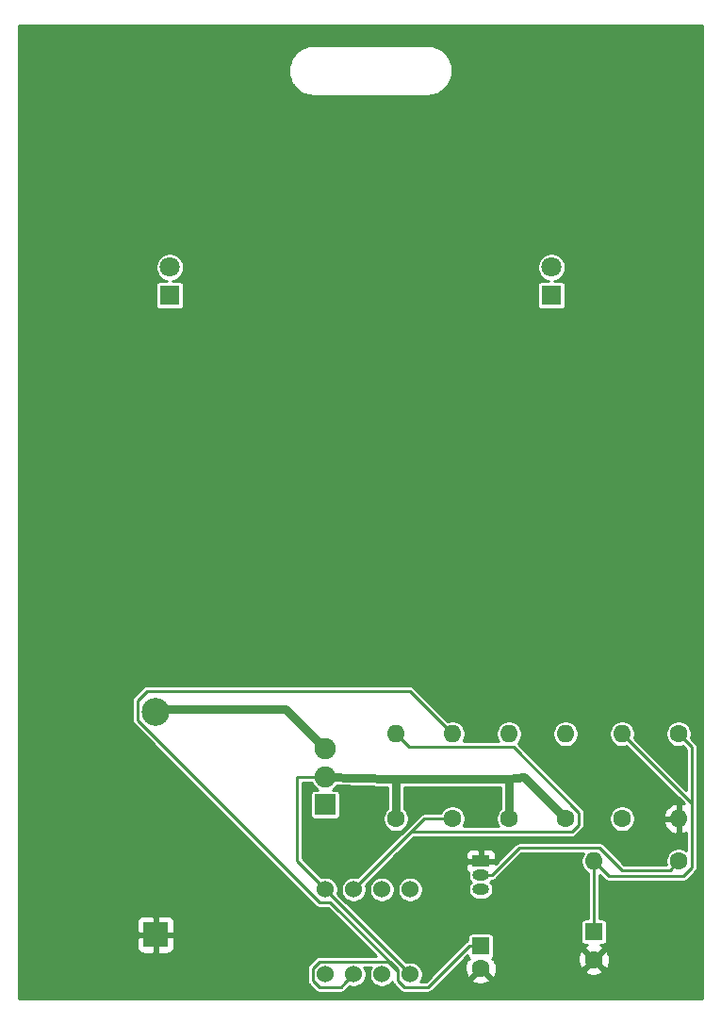
<source format=gtl>
G04 #@! TF.GenerationSoftware,KiCad,Pcbnew,(5.1.5)-3*
G04 #@! TF.CreationDate,2020-05-01T19:17:31-04:00*
G04 #@! TF.ProjectId,555_Badge,3535355f-4261-4646-9765-2e6b69636164,v01*
G04 #@! TF.SameCoordinates,Original*
G04 #@! TF.FileFunction,Copper,L1,Top*
G04 #@! TF.FilePolarity,Positive*
%FSLAX46Y46*%
G04 Gerber Fmt 4.6, Leading zero omitted, Abs format (unit mm)*
G04 Created by KiCad (PCBNEW (5.1.5)-3) date 2020-05-01 19:17:31*
%MOMM*%
%LPD*%
G04 APERTURE LIST*
%ADD10R,2.170000X2.170000*%
%ADD11C,2.500000*%
%ADD12R,1.600000X1.600000*%
%ADD13C,1.600000*%
%ADD14R,1.800000X1.800000*%
%ADD15C,1.800000*%
%ADD16O,1.500000X1.000000*%
%ADD17R,1.500000X1.000000*%
%ADD18O,1.600000X1.600000*%
%ADD19R,1.900000X1.900000*%
%ADD20C,1.900000*%
%ADD21C,1.524000*%
%ADD22C,0.254000*%
%ADD23C,0.762000*%
G04 APERTURE END LIST*
D10*
X139700000Y-123444000D03*
D11*
X139700000Y-103444000D03*
D12*
X168910000Y-124460000D03*
D13*
X168910000Y-126460000D03*
D12*
X179070000Y-123190000D03*
D13*
X179070000Y-125690000D03*
D14*
X140970000Y-66040000D03*
D15*
X140970000Y-63500000D03*
X175260000Y-63500000D03*
D14*
X175260000Y-66040000D03*
D16*
X168910000Y-118110000D03*
X168910000Y-119380000D03*
D17*
X168910000Y-116840000D03*
D13*
X161290000Y-113030000D03*
D18*
X161290000Y-105410000D03*
X166370000Y-105410000D03*
D13*
X166370000Y-113030000D03*
X181610000Y-113030000D03*
D18*
X181610000Y-105410000D03*
D13*
X186690000Y-105410000D03*
D18*
X186690000Y-113030000D03*
X179070000Y-116840000D03*
D13*
X186690000Y-116840000D03*
D18*
X171450000Y-105410000D03*
D13*
X171450000Y-113030000D03*
X176530000Y-113030000D03*
D18*
X176530000Y-105410000D03*
D19*
X154940000Y-111760000D03*
D20*
X154940000Y-109260000D03*
X154940000Y-106760000D03*
D21*
X162560000Y-119380000D03*
X160020000Y-127000000D03*
X154940000Y-127000000D03*
X157480000Y-127000000D03*
X162560000Y-127000000D03*
X160020000Y-119380000D03*
X157480000Y-119380000D03*
X154940000Y-119380000D03*
D22*
X169132000Y-126460000D02*
X168910000Y-126460000D01*
D23*
X151370000Y-103190000D02*
X154940000Y-106760000D01*
X139700000Y-103190000D02*
X151370000Y-103190000D01*
D22*
X156718001Y-127761999D02*
X157480000Y-127000000D01*
X156336999Y-128143001D02*
X156718001Y-127761999D01*
X154391359Y-128143001D02*
X156336999Y-128143001D01*
X153796999Y-127548641D02*
X154391359Y-128143001D01*
X153796999Y-126451359D02*
X153796999Y-127548641D01*
X154391359Y-125856999D02*
X153796999Y-126451359D01*
X160568641Y-125856999D02*
X154391359Y-125856999D01*
X161416999Y-126705357D02*
X160568641Y-125856999D01*
X161416999Y-127548641D02*
X161416999Y-126705357D01*
X162011359Y-128143001D02*
X161416999Y-127548641D01*
X167856000Y-124460000D02*
X164172999Y-128143001D01*
X164172999Y-128143001D02*
X162011359Y-128143001D01*
X168910000Y-124460000D02*
X167856000Y-124460000D01*
X162518999Y-101558999D02*
X166370000Y-105410000D01*
X138068999Y-102407119D02*
X138917119Y-101558999D01*
X138917119Y-101558999D02*
X162518999Y-101558999D01*
X161416999Y-126575433D02*
X155364567Y-120523001D01*
X161416999Y-127548641D02*
X161416999Y-126575433D01*
X155364567Y-120523001D02*
X154391359Y-120523001D01*
X154391359Y-120523001D02*
X138068999Y-104200641D01*
X138068999Y-104200641D02*
X138068999Y-102407119D01*
X179070000Y-116840000D02*
X179070000Y-123190000D01*
X182409999Y-106209999D02*
X181610000Y-105410000D01*
X187871001Y-111671001D02*
X182409999Y-106209999D01*
X187871001Y-117406881D02*
X187871001Y-111671001D01*
X187489999Y-106209999D02*
X186690000Y-105410000D01*
X187871001Y-106591001D02*
X187489999Y-106209999D01*
X187129874Y-118148008D02*
X187871001Y-117406881D01*
X187871001Y-117406881D02*
X187871001Y-106591001D01*
X180378008Y-118148008D02*
X187129874Y-118148008D01*
X179070000Y-116840000D02*
X180378008Y-118148008D01*
X169914000Y-118110000D02*
X168910000Y-118110000D01*
X172365001Y-115658999D02*
X169914000Y-118110000D01*
X179591001Y-115658999D02*
X172365001Y-115658999D01*
X181572001Y-117639999D02*
X179591001Y-115658999D01*
X185890001Y-117639999D02*
X181572001Y-117639999D01*
X186690000Y-116840000D02*
X185890001Y-117639999D01*
X186690000Y-116840000D02*
X186690000Y-116586000D01*
D23*
X172760000Y-109260000D02*
X176530000Y-113030000D01*
X161290000Y-113030000D02*
X161290000Y-109728000D01*
X154940000Y-109260000D02*
X161036000Y-109474000D01*
X161290000Y-109728000D02*
X161036000Y-109474000D01*
X171450000Y-113030000D02*
X171450000Y-109474000D01*
X161036000Y-109474000D02*
X171450000Y-109474000D01*
X171450000Y-109474000D02*
X172760000Y-109260000D01*
D22*
X154940000Y-109260000D02*
X152360000Y-109260000D01*
X154178001Y-118618001D02*
X154940000Y-119380000D01*
X152360000Y-116800000D02*
X154178001Y-118618001D01*
X152360000Y-109260000D02*
X152360000Y-116800000D01*
X154940000Y-119380000D02*
X162560000Y-127000000D01*
X162089999Y-106209999D02*
X161290000Y-105410000D01*
X171838883Y-106591001D02*
X162471001Y-106591001D01*
X177711001Y-112463119D02*
X171838883Y-106591001D01*
X162471001Y-106591001D02*
X162089999Y-106209999D01*
X177711001Y-113596881D02*
X177711001Y-112463119D01*
X177096881Y-114211001D02*
X177711001Y-113596881D01*
X162648999Y-114211001D02*
X177096881Y-114211001D01*
X157480000Y-119380000D02*
X162648999Y-114211001D01*
X163830000Y-113030000D02*
X166370000Y-113030000D01*
X157480000Y-119380000D02*
X163830000Y-113030000D01*
X181610000Y-113030000D02*
X181356000Y-113030000D01*
X160020000Y-127000000D02*
X160274000Y-127254000D01*
X160020000Y-119380000D02*
X159766000Y-119380000D01*
G36*
X188836301Y-129146300D02*
G01*
X127393700Y-129146300D01*
X127393700Y-124529000D01*
X137976928Y-124529000D01*
X137989188Y-124653482D01*
X138025498Y-124773180D01*
X138084463Y-124883494D01*
X138163815Y-124980185D01*
X138260506Y-125059537D01*
X138370820Y-125118502D01*
X138490518Y-125154812D01*
X138615000Y-125167072D01*
X139414250Y-125164000D01*
X139573000Y-125005250D01*
X139573000Y-123571000D01*
X139827000Y-123571000D01*
X139827000Y-125005250D01*
X139985750Y-125164000D01*
X140785000Y-125167072D01*
X140909482Y-125154812D01*
X141029180Y-125118502D01*
X141139494Y-125059537D01*
X141236185Y-124980185D01*
X141315537Y-124883494D01*
X141374502Y-124773180D01*
X141410812Y-124653482D01*
X141423072Y-124529000D01*
X141420000Y-123729750D01*
X141261250Y-123571000D01*
X139827000Y-123571000D01*
X139573000Y-123571000D01*
X138138750Y-123571000D01*
X137980000Y-123729750D01*
X137976928Y-124529000D01*
X127393700Y-124529000D01*
X127393700Y-122359000D01*
X137976928Y-122359000D01*
X137980000Y-123158250D01*
X138138750Y-123317000D01*
X139573000Y-123317000D01*
X139573000Y-121882750D01*
X139827000Y-121882750D01*
X139827000Y-123317000D01*
X141261250Y-123317000D01*
X141420000Y-123158250D01*
X141423072Y-122359000D01*
X141410812Y-122234518D01*
X141374502Y-122114820D01*
X141315537Y-122004506D01*
X141236185Y-121907815D01*
X141139494Y-121828463D01*
X141029180Y-121769498D01*
X140909482Y-121733188D01*
X140785000Y-121720928D01*
X139985750Y-121724000D01*
X139827000Y-121882750D01*
X139573000Y-121882750D01*
X139414250Y-121724000D01*
X138615000Y-121720928D01*
X138490518Y-121733188D01*
X138370820Y-121769498D01*
X138260506Y-121828463D01*
X138163815Y-121907815D01*
X138084463Y-122004506D01*
X138025498Y-122114820D01*
X137989188Y-122234518D01*
X137976928Y-122359000D01*
X127393700Y-122359000D01*
X127393700Y-102407119D01*
X137558542Y-102407119D01*
X137561000Y-102432073D01*
X137560999Y-104175697D01*
X137558542Y-104200641D01*
X137560999Y-104225585D01*
X137560999Y-104225587D01*
X137568350Y-104300225D01*
X137597398Y-104395983D01*
X137644570Y-104484236D01*
X137708051Y-104561589D01*
X137727434Y-104577496D01*
X154014504Y-120864566D01*
X154030411Y-120883949D01*
X154107764Y-120947430D01*
X154196016Y-120994602D01*
X154291774Y-121023650D01*
X154366412Y-121031001D01*
X154366415Y-121031001D01*
X154391359Y-121033458D01*
X154416303Y-121031001D01*
X155154147Y-121031001D01*
X159472144Y-125348999D01*
X154416303Y-125348999D01*
X154391359Y-125346542D01*
X154366415Y-125348999D01*
X154366412Y-125348999D01*
X154291774Y-125356350D01*
X154196016Y-125385398D01*
X154156522Y-125406508D01*
X154107763Y-125432570D01*
X154053169Y-125477375D01*
X154030411Y-125496051D01*
X154014508Y-125515429D01*
X153455434Y-126074504D01*
X153436051Y-126090411D01*
X153372570Y-126167764D01*
X153325398Y-126256017D01*
X153296350Y-126351775D01*
X153289457Y-126421761D01*
X153286542Y-126451359D01*
X153288999Y-126476304D01*
X153289000Y-127523687D01*
X153286542Y-127548641D01*
X153291899Y-127603023D01*
X153295773Y-127642352D01*
X153296351Y-127648225D01*
X153325399Y-127743984D01*
X153372570Y-127832236D01*
X153418192Y-127887826D01*
X153436052Y-127909589D01*
X153455429Y-127925491D01*
X154014508Y-128484571D01*
X154030411Y-128503949D01*
X154049788Y-128519851D01*
X154107763Y-128567430D01*
X154154935Y-128592644D01*
X154196016Y-128614602D01*
X154291774Y-128643650D01*
X154366412Y-128651001D01*
X154366415Y-128651001D01*
X154391359Y-128653458D01*
X154416303Y-128651001D01*
X156312055Y-128651001D01*
X156336999Y-128653458D01*
X156361943Y-128651001D01*
X156361946Y-128651001D01*
X156436584Y-128643650D01*
X156532342Y-128614602D01*
X156620594Y-128567430D01*
X156697947Y-128503949D01*
X156713853Y-128484567D01*
X157094851Y-128103570D01*
X157094855Y-128103565D01*
X157113185Y-128085235D01*
X157146599Y-128099075D01*
X157367424Y-128143000D01*
X157592576Y-128143000D01*
X157813401Y-128099075D01*
X158021413Y-128012913D01*
X158208620Y-127887826D01*
X158367826Y-127728620D01*
X158492913Y-127541413D01*
X158579075Y-127333401D01*
X158623000Y-127112576D01*
X158623000Y-126887424D01*
X158579075Y-126666599D01*
X158492913Y-126458587D01*
X158430380Y-126364999D01*
X159069620Y-126364999D01*
X159007087Y-126458587D01*
X158920925Y-126666599D01*
X158877000Y-126887424D01*
X158877000Y-127112576D01*
X158920925Y-127333401D01*
X159007087Y-127541413D01*
X159132174Y-127728620D01*
X159291380Y-127887826D01*
X159478587Y-128012913D01*
X159686599Y-128099075D01*
X159907424Y-128143000D01*
X160132576Y-128143000D01*
X160353401Y-128099075D01*
X160561413Y-128012913D01*
X160748620Y-127887826D01*
X160907826Y-127728620D01*
X160930461Y-127694744D01*
X160945398Y-127743983D01*
X160992570Y-127832236D01*
X161056051Y-127909589D01*
X161075434Y-127925496D01*
X161634508Y-128484571D01*
X161650411Y-128503949D01*
X161669788Y-128519851D01*
X161727763Y-128567430D01*
X161774935Y-128592644D01*
X161816016Y-128614602D01*
X161911774Y-128643650D01*
X161986412Y-128651001D01*
X161986415Y-128651001D01*
X162011359Y-128653458D01*
X162036303Y-128651001D01*
X164148055Y-128651001D01*
X164172999Y-128653458D01*
X164197943Y-128651001D01*
X164197946Y-128651001D01*
X164272584Y-128643650D01*
X164368342Y-128614602D01*
X164456594Y-128567430D01*
X164533947Y-128503949D01*
X164549854Y-128484566D01*
X165581718Y-127452702D01*
X168096903Y-127452702D01*
X168168486Y-127696671D01*
X168423996Y-127817571D01*
X168698184Y-127886300D01*
X168980512Y-127900217D01*
X169260130Y-127858787D01*
X169526292Y-127763603D01*
X169651514Y-127696671D01*
X169723097Y-127452702D01*
X168910000Y-126639605D01*
X168096903Y-127452702D01*
X165581718Y-127452702D01*
X167731395Y-125303026D01*
X167734513Y-125334689D01*
X167756299Y-125406508D01*
X167791678Y-125472696D01*
X167822004Y-125509649D01*
X167801023Y-125530630D01*
X167917296Y-125646903D01*
X167673329Y-125718486D01*
X167552429Y-125973996D01*
X167483700Y-126248184D01*
X167469783Y-126530512D01*
X167511213Y-126810130D01*
X167606397Y-127076292D01*
X167673329Y-127201514D01*
X167917298Y-127273097D01*
X168730395Y-126460000D01*
X168716253Y-126445858D01*
X168895858Y-126266253D01*
X168910000Y-126280395D01*
X168924143Y-126266253D01*
X169103748Y-126445858D01*
X169089605Y-126460000D01*
X169902702Y-127273097D01*
X170146671Y-127201514D01*
X170267571Y-126946004D01*
X170333571Y-126682702D01*
X178256903Y-126682702D01*
X178328486Y-126926671D01*
X178583996Y-127047571D01*
X178858184Y-127116300D01*
X179140512Y-127130217D01*
X179420130Y-127088787D01*
X179686292Y-126993603D01*
X179811514Y-126926671D01*
X179883097Y-126682702D01*
X179070000Y-125869605D01*
X178256903Y-126682702D01*
X170333571Y-126682702D01*
X170336300Y-126671816D01*
X170350217Y-126389488D01*
X170308787Y-126109870D01*
X170213603Y-125843708D01*
X170169135Y-125760512D01*
X177629783Y-125760512D01*
X177671213Y-126040130D01*
X177766397Y-126306292D01*
X177833329Y-126431514D01*
X178077298Y-126503097D01*
X178890395Y-125690000D01*
X179249605Y-125690000D01*
X180062702Y-126503097D01*
X180306671Y-126431514D01*
X180427571Y-126176004D01*
X180496300Y-125901816D01*
X180510217Y-125619488D01*
X180468787Y-125339870D01*
X180373603Y-125073708D01*
X180306671Y-124948486D01*
X180062702Y-124876903D01*
X179249605Y-125690000D01*
X178890395Y-125690000D01*
X178077298Y-124876903D01*
X177833329Y-124948486D01*
X177712429Y-125203996D01*
X177643700Y-125478184D01*
X177629783Y-125760512D01*
X170169135Y-125760512D01*
X170146671Y-125718486D01*
X169902704Y-125646903D01*
X170018977Y-125530630D01*
X169997996Y-125509649D01*
X170028322Y-125472696D01*
X170063701Y-125406508D01*
X170085487Y-125334689D01*
X170092843Y-125260000D01*
X170092843Y-123660000D01*
X170085487Y-123585311D01*
X170063701Y-123513492D01*
X170028322Y-123447304D01*
X169980711Y-123389289D01*
X169922696Y-123341678D01*
X169856508Y-123306299D01*
X169784689Y-123284513D01*
X169710000Y-123277157D01*
X168110000Y-123277157D01*
X168035311Y-123284513D01*
X167963492Y-123306299D01*
X167897304Y-123341678D01*
X167839289Y-123389289D01*
X167791678Y-123447304D01*
X167756299Y-123513492D01*
X167734513Y-123585311D01*
X167727157Y-123660000D01*
X167727157Y-123968226D01*
X167660657Y-123988399D01*
X167619576Y-124010357D01*
X167572404Y-124035571D01*
X167536924Y-124064689D01*
X167495052Y-124099052D01*
X167479150Y-124118429D01*
X163962579Y-127635001D01*
X163510380Y-127635001D01*
X163572913Y-127541413D01*
X163659075Y-127333401D01*
X163703000Y-127112576D01*
X163703000Y-126887424D01*
X163659075Y-126666599D01*
X163572913Y-126458587D01*
X163447826Y-126271380D01*
X163288620Y-126112174D01*
X163101413Y-125987087D01*
X162893401Y-125900925D01*
X162672576Y-125857000D01*
X162447424Y-125857000D01*
X162226599Y-125900925D01*
X162193186Y-125914765D01*
X156025235Y-119746814D01*
X156039075Y-119713401D01*
X156083000Y-119492576D01*
X156083000Y-119267424D01*
X156039075Y-119046599D01*
X155952913Y-118838587D01*
X155827826Y-118651380D01*
X155668620Y-118492174D01*
X155481413Y-118367087D01*
X155273401Y-118280925D01*
X155052576Y-118237000D01*
X154827424Y-118237000D01*
X154606599Y-118280925D01*
X154573185Y-118294765D01*
X152868000Y-116589580D01*
X152868000Y-109768000D01*
X153709757Y-109768000D01*
X153760483Y-109890465D01*
X153906145Y-110108463D01*
X154091537Y-110293855D01*
X154291037Y-110427157D01*
X153990000Y-110427157D01*
X153915311Y-110434513D01*
X153843492Y-110456299D01*
X153777304Y-110491678D01*
X153719289Y-110539289D01*
X153671678Y-110597304D01*
X153636299Y-110663492D01*
X153614513Y-110735311D01*
X153607157Y-110810000D01*
X153607157Y-112710000D01*
X153614513Y-112784689D01*
X153636299Y-112856508D01*
X153671678Y-112922696D01*
X153719289Y-112980711D01*
X153777304Y-113028322D01*
X153843492Y-113063701D01*
X153915311Y-113085487D01*
X153990000Y-113092843D01*
X155890000Y-113092843D01*
X155964689Y-113085487D01*
X156036508Y-113063701D01*
X156102696Y-113028322D01*
X156160711Y-112980711D01*
X156208322Y-112922696D01*
X156243701Y-112856508D01*
X156265487Y-112784689D01*
X156272843Y-112710000D01*
X156272843Y-110810000D01*
X156265487Y-110735311D01*
X156243701Y-110663492D01*
X156208322Y-110597304D01*
X156160711Y-110539289D01*
X156102696Y-110491678D01*
X156036508Y-110456299D01*
X155964689Y-110434513D01*
X155890000Y-110427157D01*
X155588963Y-110427157D01*
X155788463Y-110293855D01*
X155973855Y-110108463D01*
X156006303Y-110059901D01*
X160528001Y-110218635D01*
X160528000Y-112121815D01*
X160372658Y-112277157D01*
X160243412Y-112470587D01*
X160154386Y-112685515D01*
X160109000Y-112913682D01*
X160109000Y-113146318D01*
X160154386Y-113374485D01*
X160243412Y-113589413D01*
X160372658Y-113782843D01*
X160537157Y-113947342D01*
X160730587Y-114076588D01*
X160945515Y-114165614D01*
X161173682Y-114211000D01*
X161406318Y-114211000D01*
X161634485Y-114165614D01*
X161849413Y-114076588D01*
X162042843Y-113947342D01*
X162207342Y-113782843D01*
X162336588Y-113589413D01*
X162425614Y-113374485D01*
X162471000Y-113146318D01*
X162471000Y-112913682D01*
X162425614Y-112685515D01*
X162336588Y-112470587D01*
X162207342Y-112277157D01*
X162052000Y-112121815D01*
X162052000Y-110236000D01*
X170688001Y-110236000D01*
X170688000Y-112121815D01*
X170532658Y-112277157D01*
X170403412Y-112470587D01*
X170314386Y-112685515D01*
X170269000Y-112913682D01*
X170269000Y-113146318D01*
X170314386Y-113374485D01*
X170403412Y-113589413D01*
X170479309Y-113703001D01*
X167340691Y-113703001D01*
X167416588Y-113589413D01*
X167505614Y-113374485D01*
X167551000Y-113146318D01*
X167551000Y-112913682D01*
X167505614Y-112685515D01*
X167416588Y-112470587D01*
X167287342Y-112277157D01*
X167122843Y-112112658D01*
X166929413Y-111983412D01*
X166714485Y-111894386D01*
X166486318Y-111849000D01*
X166253682Y-111849000D01*
X166025515Y-111894386D01*
X165810587Y-111983412D01*
X165617157Y-112112658D01*
X165452658Y-112277157D01*
X165323412Y-112470587D01*
X165302116Y-112522000D01*
X163854943Y-112522000D01*
X163829999Y-112519543D01*
X163805055Y-112522000D01*
X163805053Y-112522000D01*
X163730415Y-112529351D01*
X163634657Y-112558399D01*
X163593576Y-112580357D01*
X163546404Y-112605571D01*
X163491810Y-112650376D01*
X163469052Y-112669052D01*
X163453150Y-112688429D01*
X162307429Y-113834150D01*
X162288051Y-113850053D01*
X162272149Y-113869430D01*
X157846814Y-118294765D01*
X157813401Y-118280925D01*
X157592576Y-118237000D01*
X157367424Y-118237000D01*
X157146599Y-118280925D01*
X156938587Y-118367087D01*
X156751380Y-118492174D01*
X156592174Y-118651380D01*
X156467087Y-118838587D01*
X156380925Y-119046599D01*
X156337000Y-119267424D01*
X156337000Y-119492576D01*
X156380925Y-119713401D01*
X156467087Y-119921413D01*
X156592174Y-120108620D01*
X156751380Y-120267826D01*
X156938587Y-120392913D01*
X157146599Y-120479075D01*
X157367424Y-120523000D01*
X157592576Y-120523000D01*
X157813401Y-120479075D01*
X158021413Y-120392913D01*
X158208620Y-120267826D01*
X158367826Y-120108620D01*
X158492913Y-119921413D01*
X158579075Y-119713401D01*
X158623000Y-119492576D01*
X158623000Y-119267424D01*
X158877000Y-119267424D01*
X158877000Y-119492576D01*
X158920925Y-119713401D01*
X159007087Y-119921413D01*
X159132174Y-120108620D01*
X159291380Y-120267826D01*
X159478587Y-120392913D01*
X159686599Y-120479075D01*
X159907424Y-120523000D01*
X160132576Y-120523000D01*
X160353401Y-120479075D01*
X160561413Y-120392913D01*
X160748620Y-120267826D01*
X160907826Y-120108620D01*
X161032913Y-119921413D01*
X161119075Y-119713401D01*
X161163000Y-119492576D01*
X161163000Y-119267424D01*
X161417000Y-119267424D01*
X161417000Y-119492576D01*
X161460925Y-119713401D01*
X161547087Y-119921413D01*
X161672174Y-120108620D01*
X161831380Y-120267826D01*
X162018587Y-120392913D01*
X162226599Y-120479075D01*
X162447424Y-120523000D01*
X162672576Y-120523000D01*
X162893401Y-120479075D01*
X163101413Y-120392913D01*
X163288620Y-120267826D01*
X163447826Y-120108620D01*
X163572913Y-119921413D01*
X163659075Y-119713401D01*
X163703000Y-119492576D01*
X163703000Y-119267424D01*
X163659075Y-119046599D01*
X163572913Y-118838587D01*
X163447826Y-118651380D01*
X163288620Y-118492174D01*
X163101413Y-118367087D01*
X162893401Y-118280925D01*
X162672576Y-118237000D01*
X162447424Y-118237000D01*
X162226599Y-118280925D01*
X162018587Y-118367087D01*
X161831380Y-118492174D01*
X161672174Y-118651380D01*
X161547087Y-118838587D01*
X161460925Y-119046599D01*
X161417000Y-119267424D01*
X161163000Y-119267424D01*
X161119075Y-119046599D01*
X161032913Y-118838587D01*
X160907826Y-118651380D01*
X160748620Y-118492174D01*
X160561413Y-118367087D01*
X160353401Y-118280925D01*
X160132576Y-118237000D01*
X159907424Y-118237000D01*
X159686599Y-118280925D01*
X159478587Y-118367087D01*
X159291380Y-118492174D01*
X159132174Y-118651380D01*
X159007087Y-118838587D01*
X158920925Y-119046599D01*
X158877000Y-119267424D01*
X158623000Y-119267424D01*
X158579075Y-119046599D01*
X158565235Y-119013186D01*
X160238420Y-117340000D01*
X167521928Y-117340000D01*
X167534188Y-117464482D01*
X167570498Y-117584180D01*
X167629463Y-117694494D01*
X167708815Y-117791185D01*
X167805506Y-117870537D01*
X167811093Y-117873523D01*
X167791748Y-117937294D01*
X167774738Y-118110000D01*
X167791748Y-118282706D01*
X167842125Y-118448775D01*
X167923932Y-118601825D01*
X168034025Y-118735975D01*
X168045022Y-118745000D01*
X168034025Y-118754025D01*
X167923932Y-118888175D01*
X167842125Y-119041225D01*
X167791748Y-119207294D01*
X167774738Y-119380000D01*
X167791748Y-119552706D01*
X167842125Y-119718775D01*
X167923932Y-119871825D01*
X168034025Y-120005975D01*
X168168175Y-120116068D01*
X168321225Y-120197875D01*
X168487294Y-120248252D01*
X168616727Y-120261000D01*
X169203273Y-120261000D01*
X169332706Y-120248252D01*
X169498775Y-120197875D01*
X169651825Y-120116068D01*
X169785975Y-120005975D01*
X169896068Y-119871825D01*
X169977875Y-119718775D01*
X170028252Y-119552706D01*
X170045262Y-119380000D01*
X170028252Y-119207294D01*
X169977875Y-119041225D01*
X169896068Y-118888175D01*
X169785975Y-118754025D01*
X169774978Y-118745000D01*
X169785975Y-118735975D01*
X169882794Y-118618000D01*
X169889056Y-118618000D01*
X169914000Y-118620457D01*
X169938944Y-118618000D01*
X169938947Y-118618000D01*
X170013585Y-118610649D01*
X170109343Y-118581601D01*
X170197595Y-118534429D01*
X170274948Y-118470948D01*
X170290855Y-118451565D01*
X172575421Y-116166999D01*
X178099309Y-116166999D01*
X178023412Y-116280587D01*
X177934386Y-116495515D01*
X177889000Y-116723682D01*
X177889000Y-116956318D01*
X177934386Y-117184485D01*
X178023412Y-117399413D01*
X178152658Y-117592843D01*
X178317157Y-117757342D01*
X178510587Y-117886588D01*
X178562000Y-117907884D01*
X178562001Y-122007157D01*
X178270000Y-122007157D01*
X178195311Y-122014513D01*
X178123492Y-122036299D01*
X178057304Y-122071678D01*
X177999289Y-122119289D01*
X177951678Y-122177304D01*
X177916299Y-122243492D01*
X177894513Y-122315311D01*
X177887157Y-122390000D01*
X177887157Y-123990000D01*
X177894513Y-124064689D01*
X177916299Y-124136508D01*
X177951678Y-124202696D01*
X177999289Y-124260711D01*
X178057304Y-124308322D01*
X178123492Y-124343701D01*
X178195311Y-124365487D01*
X178270000Y-124372843D01*
X178491609Y-124372843D01*
X178453708Y-124386397D01*
X178328486Y-124453329D01*
X178256903Y-124697298D01*
X179070000Y-125510395D01*
X179883097Y-124697298D01*
X179811514Y-124453329D01*
X179641415Y-124372843D01*
X179870000Y-124372843D01*
X179944689Y-124365487D01*
X180016508Y-124343701D01*
X180082696Y-124308322D01*
X180140711Y-124260711D01*
X180188322Y-124202696D01*
X180223701Y-124136508D01*
X180245487Y-124064689D01*
X180252843Y-123990000D01*
X180252843Y-122390000D01*
X180245487Y-122315311D01*
X180223701Y-122243492D01*
X180188322Y-122177304D01*
X180140711Y-122119289D01*
X180082696Y-122071678D01*
X180016508Y-122036299D01*
X179944689Y-122014513D01*
X179870000Y-122007157D01*
X179578000Y-122007157D01*
X179578000Y-118066420D01*
X180001153Y-118489573D01*
X180017060Y-118508956D01*
X180094413Y-118572437D01*
X180182665Y-118619609D01*
X180278423Y-118648657D01*
X180353061Y-118656008D01*
X180353064Y-118656008D01*
X180378008Y-118658465D01*
X180402952Y-118656008D01*
X187104930Y-118656008D01*
X187129874Y-118658465D01*
X187154818Y-118656008D01*
X187154821Y-118656008D01*
X187229459Y-118648657D01*
X187325217Y-118619609D01*
X187413469Y-118572437D01*
X187490822Y-118508956D01*
X187506729Y-118489573D01*
X188212566Y-117783736D01*
X188231949Y-117767829D01*
X188295430Y-117690476D01*
X188342602Y-117602224D01*
X188371650Y-117506466D01*
X188379001Y-117431828D01*
X188379001Y-117431825D01*
X188381458Y-117406881D01*
X188379001Y-117381937D01*
X188379001Y-111695944D01*
X188381458Y-111671000D01*
X188379001Y-111646054D01*
X188379001Y-106615944D01*
X188381458Y-106591000D01*
X188377574Y-106551569D01*
X188371650Y-106491416D01*
X188342602Y-106395658D01*
X188329829Y-106371762D01*
X188295430Y-106307405D01*
X188247851Y-106249430D01*
X188231949Y-106230053D01*
X188212571Y-106214150D01*
X187866853Y-105868433D01*
X187866849Y-105868428D01*
X187804318Y-105805897D01*
X187825614Y-105754485D01*
X187871000Y-105526318D01*
X187871000Y-105293682D01*
X187825614Y-105065515D01*
X187736588Y-104850587D01*
X187607342Y-104657157D01*
X187442843Y-104492658D01*
X187249413Y-104363412D01*
X187034485Y-104274386D01*
X186806318Y-104229000D01*
X186573682Y-104229000D01*
X186345515Y-104274386D01*
X186130587Y-104363412D01*
X185937157Y-104492658D01*
X185772658Y-104657157D01*
X185643412Y-104850587D01*
X185554386Y-105065515D01*
X185509000Y-105293682D01*
X185509000Y-105526318D01*
X185554386Y-105754485D01*
X185643412Y-105969413D01*
X185772658Y-106162843D01*
X185937157Y-106327342D01*
X186130587Y-106456588D01*
X186345515Y-106545614D01*
X186573682Y-106591000D01*
X186806318Y-106591000D01*
X187034485Y-106545614D01*
X187085897Y-106524318D01*
X187148428Y-106586849D01*
X187148433Y-106586853D01*
X187363002Y-106801423D01*
X187363002Y-110444581D01*
X182786854Y-105868434D01*
X182786849Y-105868428D01*
X182724318Y-105805897D01*
X182745614Y-105754485D01*
X182791000Y-105526318D01*
X182791000Y-105293682D01*
X182745614Y-105065515D01*
X182656588Y-104850587D01*
X182527342Y-104657157D01*
X182362843Y-104492658D01*
X182169413Y-104363412D01*
X181954485Y-104274386D01*
X181726318Y-104229000D01*
X181493682Y-104229000D01*
X181265515Y-104274386D01*
X181050587Y-104363412D01*
X180857157Y-104492658D01*
X180692658Y-104657157D01*
X180563412Y-104850587D01*
X180474386Y-105065515D01*
X180429000Y-105293682D01*
X180429000Y-105526318D01*
X180474386Y-105754485D01*
X180563412Y-105969413D01*
X180692658Y-106162843D01*
X180857157Y-106327342D01*
X181050587Y-106456588D01*
X181265515Y-106545614D01*
X181493682Y-106591000D01*
X181726318Y-106591000D01*
X181954485Y-106545614D01*
X182005897Y-106524318D01*
X182068428Y-106586849D01*
X182068434Y-106586854D01*
X187154781Y-111673201D01*
X187039039Y-111638096D01*
X186817000Y-111760085D01*
X186817000Y-112903000D01*
X186837000Y-112903000D01*
X186837000Y-113157000D01*
X186817000Y-113157000D01*
X186817000Y-114299915D01*
X187039039Y-114421904D01*
X187173087Y-114381246D01*
X187363001Y-114291484D01*
X187363001Y-115869309D01*
X187249413Y-115793412D01*
X187034485Y-115704386D01*
X186806318Y-115659000D01*
X186573682Y-115659000D01*
X186345515Y-115704386D01*
X186130587Y-115793412D01*
X185937157Y-115922658D01*
X185772658Y-116087157D01*
X185643412Y-116280587D01*
X185554386Y-116495515D01*
X185509000Y-116723682D01*
X185509000Y-116956318D01*
X185543946Y-117131999D01*
X181782422Y-117131999D01*
X179967856Y-115317434D01*
X179951949Y-115298051D01*
X179874596Y-115234570D01*
X179786344Y-115187398D01*
X179690586Y-115158350D01*
X179615948Y-115150999D01*
X179615945Y-115150999D01*
X179591001Y-115148542D01*
X179566057Y-115150999D01*
X172389945Y-115150999D01*
X172365001Y-115148542D01*
X172340057Y-115150999D01*
X172340054Y-115150999D01*
X172265416Y-115158350D01*
X172169658Y-115187398D01*
X172081406Y-115234570D01*
X172004053Y-115298051D01*
X171988146Y-115317434D01*
X170237415Y-117068165D01*
X170136250Y-116967000D01*
X169037000Y-116967000D01*
X169037000Y-116987000D01*
X168783000Y-116987000D01*
X168783000Y-116967000D01*
X167683750Y-116967000D01*
X167525000Y-117125750D01*
X167521928Y-117340000D01*
X160238420Y-117340000D01*
X160417472Y-117160948D01*
X161238420Y-116340000D01*
X167521928Y-116340000D01*
X167525000Y-116554250D01*
X167683750Y-116713000D01*
X168783000Y-116713000D01*
X168783000Y-115863750D01*
X169037000Y-115863750D01*
X169037000Y-116713000D01*
X170136250Y-116713000D01*
X170295000Y-116554250D01*
X170298072Y-116340000D01*
X170285812Y-116215518D01*
X170249502Y-116095820D01*
X170190537Y-115985506D01*
X170111185Y-115888815D01*
X170014494Y-115809463D01*
X169904180Y-115750498D01*
X169784482Y-115714188D01*
X169660000Y-115701928D01*
X169195750Y-115705000D01*
X169037000Y-115863750D01*
X168783000Y-115863750D01*
X168624250Y-115705000D01*
X168160000Y-115701928D01*
X168035518Y-115714188D01*
X167915820Y-115750498D01*
X167805506Y-115809463D01*
X167708815Y-115888815D01*
X167629463Y-115985506D01*
X167570498Y-116095820D01*
X167534188Y-116215518D01*
X167521928Y-116340000D01*
X161238420Y-116340000D01*
X162859420Y-114719001D01*
X177071937Y-114719001D01*
X177096881Y-114721458D01*
X177121825Y-114719001D01*
X177121828Y-114719001D01*
X177196466Y-114711650D01*
X177292224Y-114682602D01*
X177380476Y-114635430D01*
X177457829Y-114571949D01*
X177473736Y-114552566D01*
X178052566Y-113973736D01*
X178071949Y-113957829D01*
X178135430Y-113880476D01*
X178182602Y-113792224D01*
X178211650Y-113696466D01*
X178219001Y-113621828D01*
X178219001Y-113621825D01*
X178221458Y-113596881D01*
X178219001Y-113571937D01*
X178219001Y-112913682D01*
X180429000Y-112913682D01*
X180429000Y-113146318D01*
X180474386Y-113374485D01*
X180563412Y-113589413D01*
X180692658Y-113782843D01*
X180857157Y-113947342D01*
X181050587Y-114076588D01*
X181265515Y-114165614D01*
X181493682Y-114211000D01*
X181726318Y-114211000D01*
X181954485Y-114165614D01*
X182169413Y-114076588D01*
X182362843Y-113947342D01*
X182527342Y-113782843D01*
X182656588Y-113589413D01*
X182743727Y-113379040D01*
X185298091Y-113379040D01*
X185392930Y-113643881D01*
X185537615Y-113885131D01*
X185726586Y-114093519D01*
X185952580Y-114261037D01*
X186206913Y-114381246D01*
X186340961Y-114421904D01*
X186563000Y-114299915D01*
X186563000Y-113157000D01*
X185419376Y-113157000D01*
X185298091Y-113379040D01*
X182743727Y-113379040D01*
X182745614Y-113374485D01*
X182791000Y-113146318D01*
X182791000Y-112913682D01*
X182745614Y-112685515D01*
X182743728Y-112680960D01*
X185298091Y-112680960D01*
X185419376Y-112903000D01*
X186563000Y-112903000D01*
X186563000Y-111760085D01*
X186340961Y-111638096D01*
X186206913Y-111678754D01*
X185952580Y-111798963D01*
X185726586Y-111966481D01*
X185537615Y-112174869D01*
X185392930Y-112416119D01*
X185298091Y-112680960D01*
X182743728Y-112680960D01*
X182656588Y-112470587D01*
X182527342Y-112277157D01*
X182362843Y-112112658D01*
X182169413Y-111983412D01*
X181954485Y-111894386D01*
X181726318Y-111849000D01*
X181493682Y-111849000D01*
X181265515Y-111894386D01*
X181050587Y-111983412D01*
X180857157Y-112112658D01*
X180692658Y-112277157D01*
X180563412Y-112470587D01*
X180474386Y-112685515D01*
X180429000Y-112913682D01*
X178219001Y-112913682D01*
X178219001Y-112488063D01*
X178221458Y-112463119D01*
X178216829Y-112416119D01*
X178211650Y-112363534D01*
X178182602Y-112267776D01*
X178136464Y-112181458D01*
X178135430Y-112179523D01*
X178112355Y-112151407D01*
X178071949Y-112102171D01*
X178052566Y-112086264D01*
X172248244Y-106281942D01*
X172367342Y-106162843D01*
X172496588Y-105969413D01*
X172585614Y-105754485D01*
X172631000Y-105526318D01*
X172631000Y-105293682D01*
X175349000Y-105293682D01*
X175349000Y-105526318D01*
X175394386Y-105754485D01*
X175483412Y-105969413D01*
X175612658Y-106162843D01*
X175777157Y-106327342D01*
X175970587Y-106456588D01*
X176185515Y-106545614D01*
X176413682Y-106591000D01*
X176646318Y-106591000D01*
X176874485Y-106545614D01*
X177089413Y-106456588D01*
X177282843Y-106327342D01*
X177447342Y-106162843D01*
X177576588Y-105969413D01*
X177665614Y-105754485D01*
X177711000Y-105526318D01*
X177711000Y-105293682D01*
X177665614Y-105065515D01*
X177576588Y-104850587D01*
X177447342Y-104657157D01*
X177282843Y-104492658D01*
X177089413Y-104363412D01*
X176874485Y-104274386D01*
X176646318Y-104229000D01*
X176413682Y-104229000D01*
X176185515Y-104274386D01*
X175970587Y-104363412D01*
X175777157Y-104492658D01*
X175612658Y-104657157D01*
X175483412Y-104850587D01*
X175394386Y-105065515D01*
X175349000Y-105293682D01*
X172631000Y-105293682D01*
X172585614Y-105065515D01*
X172496588Y-104850587D01*
X172367342Y-104657157D01*
X172202843Y-104492658D01*
X172009413Y-104363412D01*
X171794485Y-104274386D01*
X171566318Y-104229000D01*
X171333682Y-104229000D01*
X171105515Y-104274386D01*
X170890587Y-104363412D01*
X170697157Y-104492658D01*
X170532658Y-104657157D01*
X170403412Y-104850587D01*
X170314386Y-105065515D01*
X170269000Y-105293682D01*
X170269000Y-105526318D01*
X170314386Y-105754485D01*
X170403412Y-105969413D01*
X170479309Y-106083001D01*
X167340691Y-106083001D01*
X167416588Y-105969413D01*
X167505614Y-105754485D01*
X167551000Y-105526318D01*
X167551000Y-105293682D01*
X167505614Y-105065515D01*
X167416588Y-104850587D01*
X167287342Y-104657157D01*
X167122843Y-104492658D01*
X166929413Y-104363412D01*
X166714485Y-104274386D01*
X166486318Y-104229000D01*
X166253682Y-104229000D01*
X166025515Y-104274386D01*
X165974102Y-104295682D01*
X162895854Y-101217434D01*
X162879947Y-101198051D01*
X162802594Y-101134570D01*
X162714342Y-101087398D01*
X162618584Y-101058350D01*
X162543946Y-101050999D01*
X162543943Y-101050999D01*
X162518999Y-101048542D01*
X162494055Y-101050999D01*
X138942063Y-101050999D01*
X138917119Y-101048542D01*
X138892175Y-101050999D01*
X138892172Y-101050999D01*
X138817534Y-101058350D01*
X138721776Y-101087398D01*
X138633524Y-101134570D01*
X138556171Y-101198051D01*
X138540264Y-101217434D01*
X137727429Y-102030269D01*
X137708052Y-102046171D01*
X137692150Y-102065548D01*
X137692149Y-102065549D01*
X137644570Y-102123524D01*
X137597399Y-102211776D01*
X137568351Y-102307535D01*
X137558542Y-102407119D01*
X127393700Y-102407119D01*
X127393700Y-65140000D01*
X139687157Y-65140000D01*
X139687157Y-66940000D01*
X139694513Y-67014689D01*
X139716299Y-67086508D01*
X139751678Y-67152696D01*
X139799289Y-67210711D01*
X139857304Y-67258322D01*
X139923492Y-67293701D01*
X139995311Y-67315487D01*
X140070000Y-67322843D01*
X141870000Y-67322843D01*
X141944689Y-67315487D01*
X142016508Y-67293701D01*
X142082696Y-67258322D01*
X142140711Y-67210711D01*
X142188322Y-67152696D01*
X142223701Y-67086508D01*
X142245487Y-67014689D01*
X142252843Y-66940000D01*
X142252843Y-65140000D01*
X173977157Y-65140000D01*
X173977157Y-66940000D01*
X173984513Y-67014689D01*
X174006299Y-67086508D01*
X174041678Y-67152696D01*
X174089289Y-67210711D01*
X174147304Y-67258322D01*
X174213492Y-67293701D01*
X174285311Y-67315487D01*
X174360000Y-67322843D01*
X176160000Y-67322843D01*
X176234689Y-67315487D01*
X176306508Y-67293701D01*
X176372696Y-67258322D01*
X176430711Y-67210711D01*
X176478322Y-67152696D01*
X176513701Y-67086508D01*
X176535487Y-67014689D01*
X176542843Y-66940000D01*
X176542843Y-65140000D01*
X176535487Y-65065311D01*
X176513701Y-64993492D01*
X176478322Y-64927304D01*
X176430711Y-64869289D01*
X176372696Y-64821678D01*
X176306508Y-64786299D01*
X176234689Y-64764513D01*
X176160000Y-64757157D01*
X175506034Y-64757157D01*
X175633654Y-64731772D01*
X175866781Y-64635207D01*
X176076590Y-64495018D01*
X176255018Y-64316590D01*
X176395207Y-64106781D01*
X176491772Y-63873654D01*
X176541000Y-63626167D01*
X176541000Y-63373833D01*
X176491772Y-63126346D01*
X176395207Y-62893219D01*
X176255018Y-62683410D01*
X176076590Y-62504982D01*
X175866781Y-62364793D01*
X175633654Y-62268228D01*
X175386167Y-62219000D01*
X175133833Y-62219000D01*
X174886346Y-62268228D01*
X174653219Y-62364793D01*
X174443410Y-62504982D01*
X174264982Y-62683410D01*
X174124793Y-62893219D01*
X174028228Y-63126346D01*
X173979000Y-63373833D01*
X173979000Y-63626167D01*
X174028228Y-63873654D01*
X174124793Y-64106781D01*
X174264982Y-64316590D01*
X174443410Y-64495018D01*
X174653219Y-64635207D01*
X174886346Y-64731772D01*
X175013966Y-64757157D01*
X174360000Y-64757157D01*
X174285311Y-64764513D01*
X174213492Y-64786299D01*
X174147304Y-64821678D01*
X174089289Y-64869289D01*
X174041678Y-64927304D01*
X174006299Y-64993492D01*
X173984513Y-65065311D01*
X173977157Y-65140000D01*
X142252843Y-65140000D01*
X142245487Y-65065311D01*
X142223701Y-64993492D01*
X142188322Y-64927304D01*
X142140711Y-64869289D01*
X142082696Y-64821678D01*
X142016508Y-64786299D01*
X141944689Y-64764513D01*
X141870000Y-64757157D01*
X141216034Y-64757157D01*
X141343654Y-64731772D01*
X141576781Y-64635207D01*
X141786590Y-64495018D01*
X141965018Y-64316590D01*
X142105207Y-64106781D01*
X142201772Y-63873654D01*
X142251000Y-63626167D01*
X142251000Y-63373833D01*
X142201772Y-63126346D01*
X142105207Y-62893219D01*
X141965018Y-62683410D01*
X141786590Y-62504982D01*
X141576781Y-62364793D01*
X141343654Y-62268228D01*
X141096167Y-62219000D01*
X140843833Y-62219000D01*
X140596346Y-62268228D01*
X140363219Y-62364793D01*
X140153410Y-62504982D01*
X139974982Y-62683410D01*
X139834793Y-62893219D01*
X139738228Y-63126346D01*
X139689000Y-63373833D01*
X139689000Y-63626167D01*
X139738228Y-63873654D01*
X139834793Y-64106781D01*
X139974982Y-64316590D01*
X140153410Y-64495018D01*
X140363219Y-64635207D01*
X140596346Y-64731772D01*
X140723966Y-64757157D01*
X140070000Y-64757157D01*
X139995311Y-64764513D01*
X139923492Y-64786299D01*
X139857304Y-64821678D01*
X139799289Y-64869289D01*
X139751678Y-64927304D01*
X139716299Y-64993492D01*
X139694513Y-65065311D01*
X139687157Y-65140000D01*
X127393700Y-65140000D01*
X127393700Y-45824616D01*
X151626966Y-45824616D01*
X151627215Y-45860265D01*
X151626966Y-45895981D01*
X151627503Y-45901452D01*
X151666366Y-46271206D01*
X151673537Y-46306139D01*
X151680227Y-46341211D01*
X151681816Y-46346474D01*
X151791758Y-46701637D01*
X151805583Y-46734527D01*
X151818952Y-46767616D01*
X151821533Y-46772470D01*
X151998365Y-47099515D01*
X152018320Y-47129099D01*
X152037858Y-47158956D01*
X152041332Y-47163216D01*
X152278321Y-47449686D01*
X152303605Y-47474794D01*
X152328606Y-47500324D01*
X152332842Y-47503827D01*
X152620959Y-47738810D01*
X152650645Y-47758534D01*
X152680123Y-47778717D01*
X152684958Y-47781332D01*
X153013230Y-47955877D01*
X153046221Y-47969475D01*
X153079017Y-47983531D01*
X153084269Y-47985157D01*
X153440191Y-48092616D01*
X153475137Y-48099536D01*
X153510099Y-48106967D01*
X153515564Y-48107541D01*
X153515566Y-48107541D01*
X153885582Y-48143821D01*
X153885588Y-48143821D01*
X153904667Y-48145700D01*
X164103333Y-48145700D01*
X164104710Y-48145564D01*
X164113351Y-48145504D01*
X164131133Y-48143635D01*
X164149016Y-48143635D01*
X164154483Y-48143060D01*
X164523957Y-48101617D01*
X164558827Y-48094205D01*
X164593864Y-48087268D01*
X164599115Y-48085642D01*
X164953502Y-47973224D01*
X164986261Y-47959183D01*
X165019290Y-47945570D01*
X165024126Y-47942955D01*
X165349928Y-47763843D01*
X165379341Y-47743704D01*
X165409092Y-47723937D01*
X165413327Y-47720433D01*
X165698135Y-47481451D01*
X165723084Y-47455974D01*
X165748421Y-47430813D01*
X165751895Y-47426553D01*
X165984861Y-47136802D01*
X166004389Y-47106961D01*
X166024354Y-47077361D01*
X166026934Y-47072508D01*
X166199183Y-46743026D01*
X166212549Y-46709944D01*
X166226378Y-46677046D01*
X166227967Y-46671784D01*
X166332939Y-46315118D01*
X166339620Y-46280098D01*
X166346801Y-46245115D01*
X166347337Y-46239644D01*
X166381034Y-45869384D01*
X166380785Y-45833735D01*
X166381034Y-45798019D01*
X166380497Y-45792548D01*
X166341634Y-45422794D01*
X166334466Y-45387874D01*
X166327773Y-45352789D01*
X166326184Y-45347526D01*
X166216242Y-44992362D01*
X166202422Y-44959487D01*
X166189048Y-44926384D01*
X166186467Y-44921530D01*
X166009635Y-44594485D01*
X165989692Y-44564918D01*
X165970142Y-44535043D01*
X165966668Y-44530784D01*
X165729679Y-44244314D01*
X165704378Y-44219189D01*
X165679394Y-44193676D01*
X165675164Y-44190178D01*
X165675158Y-44190172D01*
X165675151Y-44190168D01*
X165387041Y-43955190D01*
X165357373Y-43935478D01*
X165327878Y-43915283D01*
X165323042Y-43912668D01*
X164994770Y-43738123D01*
X164961753Y-43724515D01*
X164928982Y-43710469D01*
X164923731Y-43708843D01*
X164567808Y-43601383D01*
X164532827Y-43594457D01*
X164497901Y-43587033D01*
X164492436Y-43586459D01*
X164492434Y-43586459D01*
X164122418Y-43550179D01*
X164122412Y-43550179D01*
X164103333Y-43548300D01*
X153904667Y-43548300D01*
X153903290Y-43548436D01*
X153894649Y-43548496D01*
X153876867Y-43550365D01*
X153858984Y-43550365D01*
X153853517Y-43550940D01*
X153484043Y-43592383D01*
X153449173Y-43599795D01*
X153414136Y-43606732D01*
X153408885Y-43608358D01*
X153054498Y-43720776D01*
X153021739Y-43734817D01*
X152988710Y-43748430D01*
X152983874Y-43751045D01*
X152658071Y-43930157D01*
X152628625Y-43950319D01*
X152598908Y-43970063D01*
X152594678Y-43973563D01*
X152594672Y-43973567D01*
X152594667Y-43973572D01*
X152309865Y-44212549D01*
X152284916Y-44238026D01*
X152259579Y-44263187D01*
X152256105Y-44267447D01*
X152023139Y-44557198D01*
X152003611Y-44587039D01*
X151983646Y-44616639D01*
X151981065Y-44621493D01*
X151808817Y-44950974D01*
X151795461Y-44984030D01*
X151781622Y-45016953D01*
X151780033Y-45022216D01*
X151675061Y-45378881D01*
X151668385Y-45413878D01*
X151661199Y-45448885D01*
X151660663Y-45454356D01*
X151626966Y-45824616D01*
X127393700Y-45824616D01*
X127393700Y-41795700D01*
X188836300Y-41795700D01*
X188836301Y-129146300D01*
G37*
X188836301Y-129146300D02*
X127393700Y-129146300D01*
X127393700Y-124529000D01*
X137976928Y-124529000D01*
X137989188Y-124653482D01*
X138025498Y-124773180D01*
X138084463Y-124883494D01*
X138163815Y-124980185D01*
X138260506Y-125059537D01*
X138370820Y-125118502D01*
X138490518Y-125154812D01*
X138615000Y-125167072D01*
X139414250Y-125164000D01*
X139573000Y-125005250D01*
X139573000Y-123571000D01*
X139827000Y-123571000D01*
X139827000Y-125005250D01*
X139985750Y-125164000D01*
X140785000Y-125167072D01*
X140909482Y-125154812D01*
X141029180Y-125118502D01*
X141139494Y-125059537D01*
X141236185Y-124980185D01*
X141315537Y-124883494D01*
X141374502Y-124773180D01*
X141410812Y-124653482D01*
X141423072Y-124529000D01*
X141420000Y-123729750D01*
X141261250Y-123571000D01*
X139827000Y-123571000D01*
X139573000Y-123571000D01*
X138138750Y-123571000D01*
X137980000Y-123729750D01*
X137976928Y-124529000D01*
X127393700Y-124529000D01*
X127393700Y-122359000D01*
X137976928Y-122359000D01*
X137980000Y-123158250D01*
X138138750Y-123317000D01*
X139573000Y-123317000D01*
X139573000Y-121882750D01*
X139827000Y-121882750D01*
X139827000Y-123317000D01*
X141261250Y-123317000D01*
X141420000Y-123158250D01*
X141423072Y-122359000D01*
X141410812Y-122234518D01*
X141374502Y-122114820D01*
X141315537Y-122004506D01*
X141236185Y-121907815D01*
X141139494Y-121828463D01*
X141029180Y-121769498D01*
X140909482Y-121733188D01*
X140785000Y-121720928D01*
X139985750Y-121724000D01*
X139827000Y-121882750D01*
X139573000Y-121882750D01*
X139414250Y-121724000D01*
X138615000Y-121720928D01*
X138490518Y-121733188D01*
X138370820Y-121769498D01*
X138260506Y-121828463D01*
X138163815Y-121907815D01*
X138084463Y-122004506D01*
X138025498Y-122114820D01*
X137989188Y-122234518D01*
X137976928Y-122359000D01*
X127393700Y-122359000D01*
X127393700Y-102407119D01*
X137558542Y-102407119D01*
X137561000Y-102432073D01*
X137560999Y-104175697D01*
X137558542Y-104200641D01*
X137560999Y-104225585D01*
X137560999Y-104225587D01*
X137568350Y-104300225D01*
X137597398Y-104395983D01*
X137644570Y-104484236D01*
X137708051Y-104561589D01*
X137727434Y-104577496D01*
X154014504Y-120864566D01*
X154030411Y-120883949D01*
X154107764Y-120947430D01*
X154196016Y-120994602D01*
X154291774Y-121023650D01*
X154366412Y-121031001D01*
X154366415Y-121031001D01*
X154391359Y-121033458D01*
X154416303Y-121031001D01*
X155154147Y-121031001D01*
X159472144Y-125348999D01*
X154416303Y-125348999D01*
X154391359Y-125346542D01*
X154366415Y-125348999D01*
X154366412Y-125348999D01*
X154291774Y-125356350D01*
X154196016Y-125385398D01*
X154156522Y-125406508D01*
X154107763Y-125432570D01*
X154053169Y-125477375D01*
X154030411Y-125496051D01*
X154014508Y-125515429D01*
X153455434Y-126074504D01*
X153436051Y-126090411D01*
X153372570Y-126167764D01*
X153325398Y-126256017D01*
X153296350Y-126351775D01*
X153289457Y-126421761D01*
X153286542Y-126451359D01*
X153288999Y-126476304D01*
X153289000Y-127523687D01*
X153286542Y-127548641D01*
X153291899Y-127603023D01*
X153295773Y-127642352D01*
X153296351Y-127648225D01*
X153325399Y-127743984D01*
X153372570Y-127832236D01*
X153418192Y-127887826D01*
X153436052Y-127909589D01*
X153455429Y-127925491D01*
X154014508Y-128484571D01*
X154030411Y-128503949D01*
X154049788Y-128519851D01*
X154107763Y-128567430D01*
X154154935Y-128592644D01*
X154196016Y-128614602D01*
X154291774Y-128643650D01*
X154366412Y-128651001D01*
X154366415Y-128651001D01*
X154391359Y-128653458D01*
X154416303Y-128651001D01*
X156312055Y-128651001D01*
X156336999Y-128653458D01*
X156361943Y-128651001D01*
X156361946Y-128651001D01*
X156436584Y-128643650D01*
X156532342Y-128614602D01*
X156620594Y-128567430D01*
X156697947Y-128503949D01*
X156713853Y-128484567D01*
X157094851Y-128103570D01*
X157094855Y-128103565D01*
X157113185Y-128085235D01*
X157146599Y-128099075D01*
X157367424Y-128143000D01*
X157592576Y-128143000D01*
X157813401Y-128099075D01*
X158021413Y-128012913D01*
X158208620Y-127887826D01*
X158367826Y-127728620D01*
X158492913Y-127541413D01*
X158579075Y-127333401D01*
X158623000Y-127112576D01*
X158623000Y-126887424D01*
X158579075Y-126666599D01*
X158492913Y-126458587D01*
X158430380Y-126364999D01*
X159069620Y-126364999D01*
X159007087Y-126458587D01*
X158920925Y-126666599D01*
X158877000Y-126887424D01*
X158877000Y-127112576D01*
X158920925Y-127333401D01*
X159007087Y-127541413D01*
X159132174Y-127728620D01*
X159291380Y-127887826D01*
X159478587Y-128012913D01*
X159686599Y-128099075D01*
X159907424Y-128143000D01*
X160132576Y-128143000D01*
X160353401Y-128099075D01*
X160561413Y-128012913D01*
X160748620Y-127887826D01*
X160907826Y-127728620D01*
X160930461Y-127694744D01*
X160945398Y-127743983D01*
X160992570Y-127832236D01*
X161056051Y-127909589D01*
X161075434Y-127925496D01*
X161634508Y-128484571D01*
X161650411Y-128503949D01*
X161669788Y-128519851D01*
X161727763Y-128567430D01*
X161774935Y-128592644D01*
X161816016Y-128614602D01*
X161911774Y-128643650D01*
X161986412Y-128651001D01*
X161986415Y-128651001D01*
X162011359Y-128653458D01*
X162036303Y-128651001D01*
X164148055Y-128651001D01*
X164172999Y-128653458D01*
X164197943Y-128651001D01*
X164197946Y-128651001D01*
X164272584Y-128643650D01*
X164368342Y-128614602D01*
X164456594Y-128567430D01*
X164533947Y-128503949D01*
X164549854Y-128484566D01*
X165581718Y-127452702D01*
X168096903Y-127452702D01*
X168168486Y-127696671D01*
X168423996Y-127817571D01*
X168698184Y-127886300D01*
X168980512Y-127900217D01*
X169260130Y-127858787D01*
X169526292Y-127763603D01*
X169651514Y-127696671D01*
X169723097Y-127452702D01*
X168910000Y-126639605D01*
X168096903Y-127452702D01*
X165581718Y-127452702D01*
X167731395Y-125303026D01*
X167734513Y-125334689D01*
X167756299Y-125406508D01*
X167791678Y-125472696D01*
X167822004Y-125509649D01*
X167801023Y-125530630D01*
X167917296Y-125646903D01*
X167673329Y-125718486D01*
X167552429Y-125973996D01*
X167483700Y-126248184D01*
X167469783Y-126530512D01*
X167511213Y-126810130D01*
X167606397Y-127076292D01*
X167673329Y-127201514D01*
X167917298Y-127273097D01*
X168730395Y-126460000D01*
X168716253Y-126445858D01*
X168895858Y-126266253D01*
X168910000Y-126280395D01*
X168924143Y-126266253D01*
X169103748Y-126445858D01*
X169089605Y-126460000D01*
X169902702Y-127273097D01*
X170146671Y-127201514D01*
X170267571Y-126946004D01*
X170333571Y-126682702D01*
X178256903Y-126682702D01*
X178328486Y-126926671D01*
X178583996Y-127047571D01*
X178858184Y-127116300D01*
X179140512Y-127130217D01*
X179420130Y-127088787D01*
X179686292Y-126993603D01*
X179811514Y-126926671D01*
X179883097Y-126682702D01*
X179070000Y-125869605D01*
X178256903Y-126682702D01*
X170333571Y-126682702D01*
X170336300Y-126671816D01*
X170350217Y-126389488D01*
X170308787Y-126109870D01*
X170213603Y-125843708D01*
X170169135Y-125760512D01*
X177629783Y-125760512D01*
X177671213Y-126040130D01*
X177766397Y-126306292D01*
X177833329Y-126431514D01*
X178077298Y-126503097D01*
X178890395Y-125690000D01*
X179249605Y-125690000D01*
X180062702Y-126503097D01*
X180306671Y-126431514D01*
X180427571Y-126176004D01*
X180496300Y-125901816D01*
X180510217Y-125619488D01*
X180468787Y-125339870D01*
X180373603Y-125073708D01*
X180306671Y-124948486D01*
X180062702Y-124876903D01*
X179249605Y-125690000D01*
X178890395Y-125690000D01*
X178077298Y-124876903D01*
X177833329Y-124948486D01*
X177712429Y-125203996D01*
X177643700Y-125478184D01*
X177629783Y-125760512D01*
X170169135Y-125760512D01*
X170146671Y-125718486D01*
X169902704Y-125646903D01*
X170018977Y-125530630D01*
X169997996Y-125509649D01*
X170028322Y-125472696D01*
X170063701Y-125406508D01*
X170085487Y-125334689D01*
X170092843Y-125260000D01*
X170092843Y-123660000D01*
X170085487Y-123585311D01*
X170063701Y-123513492D01*
X170028322Y-123447304D01*
X169980711Y-123389289D01*
X169922696Y-123341678D01*
X169856508Y-123306299D01*
X169784689Y-123284513D01*
X169710000Y-123277157D01*
X168110000Y-123277157D01*
X168035311Y-123284513D01*
X167963492Y-123306299D01*
X167897304Y-123341678D01*
X167839289Y-123389289D01*
X167791678Y-123447304D01*
X167756299Y-123513492D01*
X167734513Y-123585311D01*
X167727157Y-123660000D01*
X167727157Y-123968226D01*
X167660657Y-123988399D01*
X167619576Y-124010357D01*
X167572404Y-124035571D01*
X167536924Y-124064689D01*
X167495052Y-124099052D01*
X167479150Y-124118429D01*
X163962579Y-127635001D01*
X163510380Y-127635001D01*
X163572913Y-127541413D01*
X163659075Y-127333401D01*
X163703000Y-127112576D01*
X163703000Y-126887424D01*
X163659075Y-126666599D01*
X163572913Y-126458587D01*
X163447826Y-126271380D01*
X163288620Y-126112174D01*
X163101413Y-125987087D01*
X162893401Y-125900925D01*
X162672576Y-125857000D01*
X162447424Y-125857000D01*
X162226599Y-125900925D01*
X162193186Y-125914765D01*
X156025235Y-119746814D01*
X156039075Y-119713401D01*
X156083000Y-119492576D01*
X156083000Y-119267424D01*
X156039075Y-119046599D01*
X155952913Y-118838587D01*
X155827826Y-118651380D01*
X155668620Y-118492174D01*
X155481413Y-118367087D01*
X155273401Y-118280925D01*
X155052576Y-118237000D01*
X154827424Y-118237000D01*
X154606599Y-118280925D01*
X154573185Y-118294765D01*
X152868000Y-116589580D01*
X152868000Y-109768000D01*
X153709757Y-109768000D01*
X153760483Y-109890465D01*
X153906145Y-110108463D01*
X154091537Y-110293855D01*
X154291037Y-110427157D01*
X153990000Y-110427157D01*
X153915311Y-110434513D01*
X153843492Y-110456299D01*
X153777304Y-110491678D01*
X153719289Y-110539289D01*
X153671678Y-110597304D01*
X153636299Y-110663492D01*
X153614513Y-110735311D01*
X153607157Y-110810000D01*
X153607157Y-112710000D01*
X153614513Y-112784689D01*
X153636299Y-112856508D01*
X153671678Y-112922696D01*
X153719289Y-112980711D01*
X153777304Y-113028322D01*
X153843492Y-113063701D01*
X153915311Y-113085487D01*
X153990000Y-113092843D01*
X155890000Y-113092843D01*
X155964689Y-113085487D01*
X156036508Y-113063701D01*
X156102696Y-113028322D01*
X156160711Y-112980711D01*
X156208322Y-112922696D01*
X156243701Y-112856508D01*
X156265487Y-112784689D01*
X156272843Y-112710000D01*
X156272843Y-110810000D01*
X156265487Y-110735311D01*
X156243701Y-110663492D01*
X156208322Y-110597304D01*
X156160711Y-110539289D01*
X156102696Y-110491678D01*
X156036508Y-110456299D01*
X155964689Y-110434513D01*
X155890000Y-110427157D01*
X155588963Y-110427157D01*
X155788463Y-110293855D01*
X155973855Y-110108463D01*
X156006303Y-110059901D01*
X160528001Y-110218635D01*
X160528000Y-112121815D01*
X160372658Y-112277157D01*
X160243412Y-112470587D01*
X160154386Y-112685515D01*
X160109000Y-112913682D01*
X160109000Y-113146318D01*
X160154386Y-113374485D01*
X160243412Y-113589413D01*
X160372658Y-113782843D01*
X160537157Y-113947342D01*
X160730587Y-114076588D01*
X160945515Y-114165614D01*
X161173682Y-114211000D01*
X161406318Y-114211000D01*
X161634485Y-114165614D01*
X161849413Y-114076588D01*
X162042843Y-113947342D01*
X162207342Y-113782843D01*
X162336588Y-113589413D01*
X162425614Y-113374485D01*
X162471000Y-113146318D01*
X162471000Y-112913682D01*
X162425614Y-112685515D01*
X162336588Y-112470587D01*
X162207342Y-112277157D01*
X162052000Y-112121815D01*
X162052000Y-110236000D01*
X170688001Y-110236000D01*
X170688000Y-112121815D01*
X170532658Y-112277157D01*
X170403412Y-112470587D01*
X170314386Y-112685515D01*
X170269000Y-112913682D01*
X170269000Y-113146318D01*
X170314386Y-113374485D01*
X170403412Y-113589413D01*
X170479309Y-113703001D01*
X167340691Y-113703001D01*
X167416588Y-113589413D01*
X167505614Y-113374485D01*
X167551000Y-113146318D01*
X167551000Y-112913682D01*
X167505614Y-112685515D01*
X167416588Y-112470587D01*
X167287342Y-112277157D01*
X167122843Y-112112658D01*
X166929413Y-111983412D01*
X166714485Y-111894386D01*
X166486318Y-111849000D01*
X166253682Y-111849000D01*
X166025515Y-111894386D01*
X165810587Y-111983412D01*
X165617157Y-112112658D01*
X165452658Y-112277157D01*
X165323412Y-112470587D01*
X165302116Y-112522000D01*
X163854943Y-112522000D01*
X163829999Y-112519543D01*
X163805055Y-112522000D01*
X163805053Y-112522000D01*
X163730415Y-112529351D01*
X163634657Y-112558399D01*
X163593576Y-112580357D01*
X163546404Y-112605571D01*
X163491810Y-112650376D01*
X163469052Y-112669052D01*
X163453150Y-112688429D01*
X162307429Y-113834150D01*
X162288051Y-113850053D01*
X162272149Y-113869430D01*
X157846814Y-118294765D01*
X157813401Y-118280925D01*
X157592576Y-118237000D01*
X157367424Y-118237000D01*
X157146599Y-118280925D01*
X156938587Y-118367087D01*
X156751380Y-118492174D01*
X156592174Y-118651380D01*
X156467087Y-118838587D01*
X156380925Y-119046599D01*
X156337000Y-119267424D01*
X156337000Y-119492576D01*
X156380925Y-119713401D01*
X156467087Y-119921413D01*
X156592174Y-120108620D01*
X156751380Y-120267826D01*
X156938587Y-120392913D01*
X157146599Y-120479075D01*
X157367424Y-120523000D01*
X157592576Y-120523000D01*
X157813401Y-120479075D01*
X158021413Y-120392913D01*
X158208620Y-120267826D01*
X158367826Y-120108620D01*
X158492913Y-119921413D01*
X158579075Y-119713401D01*
X158623000Y-119492576D01*
X158623000Y-119267424D01*
X158877000Y-119267424D01*
X158877000Y-119492576D01*
X158920925Y-119713401D01*
X159007087Y-119921413D01*
X159132174Y-120108620D01*
X159291380Y-120267826D01*
X159478587Y-120392913D01*
X159686599Y-120479075D01*
X159907424Y-120523000D01*
X160132576Y-120523000D01*
X160353401Y-120479075D01*
X160561413Y-120392913D01*
X160748620Y-120267826D01*
X160907826Y-120108620D01*
X161032913Y-119921413D01*
X161119075Y-119713401D01*
X161163000Y-119492576D01*
X161163000Y-119267424D01*
X161417000Y-119267424D01*
X161417000Y-119492576D01*
X161460925Y-119713401D01*
X161547087Y-119921413D01*
X161672174Y-120108620D01*
X161831380Y-120267826D01*
X162018587Y-120392913D01*
X162226599Y-120479075D01*
X162447424Y-120523000D01*
X162672576Y-120523000D01*
X162893401Y-120479075D01*
X163101413Y-120392913D01*
X163288620Y-120267826D01*
X163447826Y-120108620D01*
X163572913Y-119921413D01*
X163659075Y-119713401D01*
X163703000Y-119492576D01*
X163703000Y-119267424D01*
X163659075Y-119046599D01*
X163572913Y-118838587D01*
X163447826Y-118651380D01*
X163288620Y-118492174D01*
X163101413Y-118367087D01*
X162893401Y-118280925D01*
X162672576Y-118237000D01*
X162447424Y-118237000D01*
X162226599Y-118280925D01*
X162018587Y-118367087D01*
X161831380Y-118492174D01*
X161672174Y-118651380D01*
X161547087Y-118838587D01*
X161460925Y-119046599D01*
X161417000Y-119267424D01*
X161163000Y-119267424D01*
X161119075Y-119046599D01*
X161032913Y-118838587D01*
X160907826Y-118651380D01*
X160748620Y-118492174D01*
X160561413Y-118367087D01*
X160353401Y-118280925D01*
X160132576Y-118237000D01*
X159907424Y-118237000D01*
X159686599Y-118280925D01*
X159478587Y-118367087D01*
X159291380Y-118492174D01*
X159132174Y-118651380D01*
X159007087Y-118838587D01*
X158920925Y-119046599D01*
X158877000Y-119267424D01*
X158623000Y-119267424D01*
X158579075Y-119046599D01*
X158565235Y-119013186D01*
X160238420Y-117340000D01*
X167521928Y-117340000D01*
X167534188Y-117464482D01*
X167570498Y-117584180D01*
X167629463Y-117694494D01*
X167708815Y-117791185D01*
X167805506Y-117870537D01*
X167811093Y-117873523D01*
X167791748Y-117937294D01*
X167774738Y-118110000D01*
X167791748Y-118282706D01*
X167842125Y-118448775D01*
X167923932Y-118601825D01*
X168034025Y-118735975D01*
X168045022Y-118745000D01*
X168034025Y-118754025D01*
X167923932Y-118888175D01*
X167842125Y-119041225D01*
X167791748Y-119207294D01*
X167774738Y-119380000D01*
X167791748Y-119552706D01*
X167842125Y-119718775D01*
X167923932Y-119871825D01*
X168034025Y-120005975D01*
X168168175Y-120116068D01*
X168321225Y-120197875D01*
X168487294Y-120248252D01*
X168616727Y-120261000D01*
X169203273Y-120261000D01*
X169332706Y-120248252D01*
X169498775Y-120197875D01*
X169651825Y-120116068D01*
X169785975Y-120005975D01*
X169896068Y-119871825D01*
X169977875Y-119718775D01*
X170028252Y-119552706D01*
X170045262Y-119380000D01*
X170028252Y-119207294D01*
X169977875Y-119041225D01*
X169896068Y-118888175D01*
X169785975Y-118754025D01*
X169774978Y-118745000D01*
X169785975Y-118735975D01*
X169882794Y-118618000D01*
X169889056Y-118618000D01*
X169914000Y-118620457D01*
X169938944Y-118618000D01*
X169938947Y-118618000D01*
X170013585Y-118610649D01*
X170109343Y-118581601D01*
X170197595Y-118534429D01*
X170274948Y-118470948D01*
X170290855Y-118451565D01*
X172575421Y-116166999D01*
X178099309Y-116166999D01*
X178023412Y-116280587D01*
X177934386Y-116495515D01*
X177889000Y-116723682D01*
X177889000Y-116956318D01*
X177934386Y-117184485D01*
X178023412Y-117399413D01*
X178152658Y-117592843D01*
X178317157Y-117757342D01*
X178510587Y-117886588D01*
X178562000Y-117907884D01*
X178562001Y-122007157D01*
X178270000Y-122007157D01*
X178195311Y-122014513D01*
X178123492Y-122036299D01*
X178057304Y-122071678D01*
X177999289Y-122119289D01*
X177951678Y-122177304D01*
X177916299Y-122243492D01*
X177894513Y-122315311D01*
X177887157Y-122390000D01*
X177887157Y-123990000D01*
X177894513Y-124064689D01*
X177916299Y-124136508D01*
X177951678Y-124202696D01*
X177999289Y-124260711D01*
X178057304Y-124308322D01*
X178123492Y-124343701D01*
X178195311Y-124365487D01*
X178270000Y-124372843D01*
X178491609Y-124372843D01*
X178453708Y-124386397D01*
X178328486Y-124453329D01*
X178256903Y-124697298D01*
X179070000Y-125510395D01*
X179883097Y-124697298D01*
X179811514Y-124453329D01*
X179641415Y-124372843D01*
X179870000Y-124372843D01*
X179944689Y-124365487D01*
X180016508Y-124343701D01*
X180082696Y-124308322D01*
X180140711Y-124260711D01*
X180188322Y-124202696D01*
X180223701Y-124136508D01*
X180245487Y-124064689D01*
X180252843Y-123990000D01*
X180252843Y-122390000D01*
X180245487Y-122315311D01*
X180223701Y-122243492D01*
X180188322Y-122177304D01*
X180140711Y-122119289D01*
X180082696Y-122071678D01*
X180016508Y-122036299D01*
X179944689Y-122014513D01*
X179870000Y-122007157D01*
X179578000Y-122007157D01*
X179578000Y-118066420D01*
X180001153Y-118489573D01*
X180017060Y-118508956D01*
X180094413Y-118572437D01*
X180182665Y-118619609D01*
X180278423Y-118648657D01*
X180353061Y-118656008D01*
X180353064Y-118656008D01*
X180378008Y-118658465D01*
X180402952Y-118656008D01*
X187104930Y-118656008D01*
X187129874Y-118658465D01*
X187154818Y-118656008D01*
X187154821Y-118656008D01*
X187229459Y-118648657D01*
X187325217Y-118619609D01*
X187413469Y-118572437D01*
X187490822Y-118508956D01*
X187506729Y-118489573D01*
X188212566Y-117783736D01*
X188231949Y-117767829D01*
X188295430Y-117690476D01*
X188342602Y-117602224D01*
X188371650Y-117506466D01*
X188379001Y-117431828D01*
X188379001Y-117431825D01*
X188381458Y-117406881D01*
X188379001Y-117381937D01*
X188379001Y-111695944D01*
X188381458Y-111671000D01*
X188379001Y-111646054D01*
X188379001Y-106615944D01*
X188381458Y-106591000D01*
X188377574Y-106551569D01*
X188371650Y-106491416D01*
X188342602Y-106395658D01*
X188329829Y-106371762D01*
X188295430Y-106307405D01*
X188247851Y-106249430D01*
X188231949Y-106230053D01*
X188212571Y-106214150D01*
X187866853Y-105868433D01*
X187866849Y-105868428D01*
X187804318Y-105805897D01*
X187825614Y-105754485D01*
X187871000Y-105526318D01*
X187871000Y-105293682D01*
X187825614Y-105065515D01*
X187736588Y-104850587D01*
X187607342Y-104657157D01*
X187442843Y-104492658D01*
X187249413Y-104363412D01*
X187034485Y-104274386D01*
X186806318Y-104229000D01*
X186573682Y-104229000D01*
X186345515Y-104274386D01*
X186130587Y-104363412D01*
X185937157Y-104492658D01*
X185772658Y-104657157D01*
X185643412Y-104850587D01*
X185554386Y-105065515D01*
X185509000Y-105293682D01*
X185509000Y-105526318D01*
X185554386Y-105754485D01*
X185643412Y-105969413D01*
X185772658Y-106162843D01*
X185937157Y-106327342D01*
X186130587Y-106456588D01*
X186345515Y-106545614D01*
X186573682Y-106591000D01*
X186806318Y-106591000D01*
X187034485Y-106545614D01*
X187085897Y-106524318D01*
X187148428Y-106586849D01*
X187148433Y-106586853D01*
X187363002Y-106801423D01*
X187363002Y-110444581D01*
X182786854Y-105868434D01*
X182786849Y-105868428D01*
X182724318Y-105805897D01*
X182745614Y-105754485D01*
X182791000Y-105526318D01*
X182791000Y-105293682D01*
X182745614Y-105065515D01*
X182656588Y-104850587D01*
X182527342Y-104657157D01*
X182362843Y-104492658D01*
X182169413Y-104363412D01*
X181954485Y-104274386D01*
X181726318Y-104229000D01*
X181493682Y-104229000D01*
X181265515Y-104274386D01*
X181050587Y-104363412D01*
X180857157Y-104492658D01*
X180692658Y-104657157D01*
X180563412Y-104850587D01*
X180474386Y-105065515D01*
X180429000Y-105293682D01*
X180429000Y-105526318D01*
X180474386Y-105754485D01*
X180563412Y-105969413D01*
X180692658Y-106162843D01*
X180857157Y-106327342D01*
X181050587Y-106456588D01*
X181265515Y-106545614D01*
X181493682Y-106591000D01*
X181726318Y-106591000D01*
X181954485Y-106545614D01*
X182005897Y-106524318D01*
X182068428Y-106586849D01*
X182068434Y-106586854D01*
X187154781Y-111673201D01*
X187039039Y-111638096D01*
X186817000Y-111760085D01*
X186817000Y-112903000D01*
X186837000Y-112903000D01*
X186837000Y-113157000D01*
X186817000Y-113157000D01*
X186817000Y-114299915D01*
X187039039Y-114421904D01*
X187173087Y-114381246D01*
X187363001Y-114291484D01*
X187363001Y-115869309D01*
X187249413Y-115793412D01*
X187034485Y-115704386D01*
X186806318Y-115659000D01*
X186573682Y-115659000D01*
X186345515Y-115704386D01*
X186130587Y-115793412D01*
X185937157Y-115922658D01*
X185772658Y-116087157D01*
X185643412Y-116280587D01*
X185554386Y-116495515D01*
X185509000Y-116723682D01*
X185509000Y-116956318D01*
X185543946Y-117131999D01*
X181782422Y-117131999D01*
X179967856Y-115317434D01*
X179951949Y-115298051D01*
X179874596Y-115234570D01*
X179786344Y-115187398D01*
X179690586Y-115158350D01*
X179615948Y-115150999D01*
X179615945Y-115150999D01*
X179591001Y-115148542D01*
X179566057Y-115150999D01*
X172389945Y-115150999D01*
X172365001Y-115148542D01*
X172340057Y-115150999D01*
X172340054Y-115150999D01*
X172265416Y-115158350D01*
X172169658Y-115187398D01*
X172081406Y-115234570D01*
X172004053Y-115298051D01*
X171988146Y-115317434D01*
X170237415Y-117068165D01*
X170136250Y-116967000D01*
X169037000Y-116967000D01*
X169037000Y-116987000D01*
X168783000Y-116987000D01*
X168783000Y-116967000D01*
X167683750Y-116967000D01*
X167525000Y-117125750D01*
X167521928Y-117340000D01*
X160238420Y-117340000D01*
X160417472Y-117160948D01*
X161238420Y-116340000D01*
X167521928Y-116340000D01*
X167525000Y-116554250D01*
X167683750Y-116713000D01*
X168783000Y-116713000D01*
X168783000Y-115863750D01*
X169037000Y-115863750D01*
X169037000Y-116713000D01*
X170136250Y-116713000D01*
X170295000Y-116554250D01*
X170298072Y-116340000D01*
X170285812Y-116215518D01*
X170249502Y-116095820D01*
X170190537Y-115985506D01*
X170111185Y-115888815D01*
X170014494Y-115809463D01*
X169904180Y-115750498D01*
X169784482Y-115714188D01*
X169660000Y-115701928D01*
X169195750Y-115705000D01*
X169037000Y-115863750D01*
X168783000Y-115863750D01*
X168624250Y-115705000D01*
X168160000Y-115701928D01*
X168035518Y-115714188D01*
X167915820Y-115750498D01*
X167805506Y-115809463D01*
X167708815Y-115888815D01*
X167629463Y-115985506D01*
X167570498Y-116095820D01*
X167534188Y-116215518D01*
X167521928Y-116340000D01*
X161238420Y-116340000D01*
X162859420Y-114719001D01*
X177071937Y-114719001D01*
X177096881Y-114721458D01*
X177121825Y-114719001D01*
X177121828Y-114719001D01*
X177196466Y-114711650D01*
X177292224Y-114682602D01*
X177380476Y-114635430D01*
X177457829Y-114571949D01*
X177473736Y-114552566D01*
X178052566Y-113973736D01*
X178071949Y-113957829D01*
X178135430Y-113880476D01*
X178182602Y-113792224D01*
X178211650Y-113696466D01*
X178219001Y-113621828D01*
X178219001Y-113621825D01*
X178221458Y-113596881D01*
X178219001Y-113571937D01*
X178219001Y-112913682D01*
X180429000Y-112913682D01*
X180429000Y-113146318D01*
X180474386Y-113374485D01*
X180563412Y-113589413D01*
X180692658Y-113782843D01*
X180857157Y-113947342D01*
X181050587Y-114076588D01*
X181265515Y-114165614D01*
X181493682Y-114211000D01*
X181726318Y-114211000D01*
X181954485Y-114165614D01*
X182169413Y-114076588D01*
X182362843Y-113947342D01*
X182527342Y-113782843D01*
X182656588Y-113589413D01*
X182743727Y-113379040D01*
X185298091Y-113379040D01*
X185392930Y-113643881D01*
X185537615Y-113885131D01*
X185726586Y-114093519D01*
X185952580Y-114261037D01*
X186206913Y-114381246D01*
X186340961Y-114421904D01*
X186563000Y-114299915D01*
X186563000Y-113157000D01*
X185419376Y-113157000D01*
X185298091Y-113379040D01*
X182743727Y-113379040D01*
X182745614Y-113374485D01*
X182791000Y-113146318D01*
X182791000Y-112913682D01*
X182745614Y-112685515D01*
X182743728Y-112680960D01*
X185298091Y-112680960D01*
X185419376Y-112903000D01*
X186563000Y-112903000D01*
X186563000Y-111760085D01*
X186340961Y-111638096D01*
X186206913Y-111678754D01*
X185952580Y-111798963D01*
X185726586Y-111966481D01*
X185537615Y-112174869D01*
X185392930Y-112416119D01*
X185298091Y-112680960D01*
X182743728Y-112680960D01*
X182656588Y-112470587D01*
X182527342Y-112277157D01*
X182362843Y-112112658D01*
X182169413Y-111983412D01*
X181954485Y-111894386D01*
X181726318Y-111849000D01*
X181493682Y-111849000D01*
X181265515Y-111894386D01*
X181050587Y-111983412D01*
X180857157Y-112112658D01*
X180692658Y-112277157D01*
X180563412Y-112470587D01*
X180474386Y-112685515D01*
X180429000Y-112913682D01*
X178219001Y-112913682D01*
X178219001Y-112488063D01*
X178221458Y-112463119D01*
X178216829Y-112416119D01*
X178211650Y-112363534D01*
X178182602Y-112267776D01*
X178136464Y-112181458D01*
X178135430Y-112179523D01*
X178112355Y-112151407D01*
X178071949Y-112102171D01*
X178052566Y-112086264D01*
X172248244Y-106281942D01*
X172367342Y-106162843D01*
X172496588Y-105969413D01*
X172585614Y-105754485D01*
X172631000Y-105526318D01*
X172631000Y-105293682D01*
X175349000Y-105293682D01*
X175349000Y-105526318D01*
X175394386Y-105754485D01*
X175483412Y-105969413D01*
X175612658Y-106162843D01*
X175777157Y-106327342D01*
X175970587Y-106456588D01*
X176185515Y-106545614D01*
X176413682Y-106591000D01*
X176646318Y-106591000D01*
X176874485Y-106545614D01*
X177089413Y-106456588D01*
X177282843Y-106327342D01*
X177447342Y-106162843D01*
X177576588Y-105969413D01*
X177665614Y-105754485D01*
X177711000Y-105526318D01*
X177711000Y-105293682D01*
X177665614Y-105065515D01*
X177576588Y-104850587D01*
X177447342Y-104657157D01*
X177282843Y-104492658D01*
X177089413Y-104363412D01*
X176874485Y-104274386D01*
X176646318Y-104229000D01*
X176413682Y-104229000D01*
X176185515Y-104274386D01*
X175970587Y-104363412D01*
X175777157Y-104492658D01*
X175612658Y-104657157D01*
X175483412Y-104850587D01*
X175394386Y-105065515D01*
X175349000Y-105293682D01*
X172631000Y-105293682D01*
X172585614Y-105065515D01*
X172496588Y-104850587D01*
X172367342Y-104657157D01*
X172202843Y-104492658D01*
X172009413Y-104363412D01*
X171794485Y-104274386D01*
X171566318Y-104229000D01*
X171333682Y-104229000D01*
X171105515Y-104274386D01*
X170890587Y-104363412D01*
X170697157Y-104492658D01*
X170532658Y-104657157D01*
X170403412Y-104850587D01*
X170314386Y-105065515D01*
X170269000Y-105293682D01*
X170269000Y-105526318D01*
X170314386Y-105754485D01*
X170403412Y-105969413D01*
X170479309Y-106083001D01*
X167340691Y-106083001D01*
X167416588Y-105969413D01*
X167505614Y-105754485D01*
X167551000Y-105526318D01*
X167551000Y-105293682D01*
X167505614Y-105065515D01*
X167416588Y-104850587D01*
X167287342Y-104657157D01*
X167122843Y-104492658D01*
X166929413Y-104363412D01*
X166714485Y-104274386D01*
X166486318Y-104229000D01*
X166253682Y-104229000D01*
X166025515Y-104274386D01*
X165974102Y-104295682D01*
X162895854Y-101217434D01*
X162879947Y-101198051D01*
X162802594Y-101134570D01*
X162714342Y-101087398D01*
X162618584Y-101058350D01*
X162543946Y-101050999D01*
X162543943Y-101050999D01*
X162518999Y-101048542D01*
X162494055Y-101050999D01*
X138942063Y-101050999D01*
X138917119Y-101048542D01*
X138892175Y-101050999D01*
X138892172Y-101050999D01*
X138817534Y-101058350D01*
X138721776Y-101087398D01*
X138633524Y-101134570D01*
X138556171Y-101198051D01*
X138540264Y-101217434D01*
X137727429Y-102030269D01*
X137708052Y-102046171D01*
X137692150Y-102065548D01*
X137692149Y-102065549D01*
X137644570Y-102123524D01*
X137597399Y-102211776D01*
X137568351Y-102307535D01*
X137558542Y-102407119D01*
X127393700Y-102407119D01*
X127393700Y-65140000D01*
X139687157Y-65140000D01*
X139687157Y-66940000D01*
X139694513Y-67014689D01*
X139716299Y-67086508D01*
X139751678Y-67152696D01*
X139799289Y-67210711D01*
X139857304Y-67258322D01*
X139923492Y-67293701D01*
X139995311Y-67315487D01*
X140070000Y-67322843D01*
X141870000Y-67322843D01*
X141944689Y-67315487D01*
X142016508Y-67293701D01*
X142082696Y-67258322D01*
X142140711Y-67210711D01*
X142188322Y-67152696D01*
X142223701Y-67086508D01*
X142245487Y-67014689D01*
X142252843Y-66940000D01*
X142252843Y-65140000D01*
X173977157Y-65140000D01*
X173977157Y-66940000D01*
X173984513Y-67014689D01*
X174006299Y-67086508D01*
X174041678Y-67152696D01*
X174089289Y-67210711D01*
X174147304Y-67258322D01*
X174213492Y-67293701D01*
X174285311Y-67315487D01*
X174360000Y-67322843D01*
X176160000Y-67322843D01*
X176234689Y-67315487D01*
X176306508Y-67293701D01*
X176372696Y-67258322D01*
X176430711Y-67210711D01*
X176478322Y-67152696D01*
X176513701Y-67086508D01*
X176535487Y-67014689D01*
X176542843Y-66940000D01*
X176542843Y-65140000D01*
X176535487Y-65065311D01*
X176513701Y-64993492D01*
X176478322Y-64927304D01*
X176430711Y-64869289D01*
X176372696Y-64821678D01*
X176306508Y-64786299D01*
X176234689Y-64764513D01*
X176160000Y-64757157D01*
X175506034Y-64757157D01*
X175633654Y-64731772D01*
X175866781Y-64635207D01*
X176076590Y-64495018D01*
X176255018Y-64316590D01*
X176395207Y-64106781D01*
X176491772Y-63873654D01*
X176541000Y-63626167D01*
X176541000Y-63373833D01*
X176491772Y-63126346D01*
X176395207Y-62893219D01*
X176255018Y-62683410D01*
X176076590Y-62504982D01*
X175866781Y-62364793D01*
X175633654Y-62268228D01*
X175386167Y-62219000D01*
X175133833Y-62219000D01*
X174886346Y-62268228D01*
X174653219Y-62364793D01*
X174443410Y-62504982D01*
X174264982Y-62683410D01*
X174124793Y-62893219D01*
X174028228Y-63126346D01*
X173979000Y-63373833D01*
X173979000Y-63626167D01*
X174028228Y-63873654D01*
X174124793Y-64106781D01*
X174264982Y-64316590D01*
X174443410Y-64495018D01*
X174653219Y-64635207D01*
X174886346Y-64731772D01*
X175013966Y-64757157D01*
X174360000Y-64757157D01*
X174285311Y-64764513D01*
X174213492Y-64786299D01*
X174147304Y-64821678D01*
X174089289Y-64869289D01*
X174041678Y-64927304D01*
X174006299Y-64993492D01*
X173984513Y-65065311D01*
X173977157Y-65140000D01*
X142252843Y-65140000D01*
X142245487Y-65065311D01*
X142223701Y-64993492D01*
X142188322Y-64927304D01*
X142140711Y-64869289D01*
X142082696Y-64821678D01*
X142016508Y-64786299D01*
X141944689Y-64764513D01*
X141870000Y-64757157D01*
X141216034Y-64757157D01*
X141343654Y-64731772D01*
X141576781Y-64635207D01*
X141786590Y-64495018D01*
X141965018Y-64316590D01*
X142105207Y-64106781D01*
X142201772Y-63873654D01*
X142251000Y-63626167D01*
X142251000Y-63373833D01*
X142201772Y-63126346D01*
X142105207Y-62893219D01*
X141965018Y-62683410D01*
X141786590Y-62504982D01*
X141576781Y-62364793D01*
X141343654Y-62268228D01*
X141096167Y-62219000D01*
X140843833Y-62219000D01*
X140596346Y-62268228D01*
X140363219Y-62364793D01*
X140153410Y-62504982D01*
X139974982Y-62683410D01*
X139834793Y-62893219D01*
X139738228Y-63126346D01*
X139689000Y-63373833D01*
X139689000Y-63626167D01*
X139738228Y-63873654D01*
X139834793Y-64106781D01*
X139974982Y-64316590D01*
X140153410Y-64495018D01*
X140363219Y-64635207D01*
X140596346Y-64731772D01*
X140723966Y-64757157D01*
X140070000Y-64757157D01*
X139995311Y-64764513D01*
X139923492Y-64786299D01*
X139857304Y-64821678D01*
X139799289Y-64869289D01*
X139751678Y-64927304D01*
X139716299Y-64993492D01*
X139694513Y-65065311D01*
X139687157Y-65140000D01*
X127393700Y-65140000D01*
X127393700Y-45824616D01*
X151626966Y-45824616D01*
X151627215Y-45860265D01*
X151626966Y-45895981D01*
X151627503Y-45901452D01*
X151666366Y-46271206D01*
X151673537Y-46306139D01*
X151680227Y-46341211D01*
X151681816Y-46346474D01*
X151791758Y-46701637D01*
X151805583Y-46734527D01*
X151818952Y-46767616D01*
X151821533Y-46772470D01*
X151998365Y-47099515D01*
X152018320Y-47129099D01*
X152037858Y-47158956D01*
X152041332Y-47163216D01*
X152278321Y-47449686D01*
X152303605Y-47474794D01*
X152328606Y-47500324D01*
X152332842Y-47503827D01*
X152620959Y-47738810D01*
X152650645Y-47758534D01*
X152680123Y-47778717D01*
X152684958Y-47781332D01*
X153013230Y-47955877D01*
X153046221Y-47969475D01*
X153079017Y-47983531D01*
X153084269Y-47985157D01*
X153440191Y-48092616D01*
X153475137Y-48099536D01*
X153510099Y-48106967D01*
X153515564Y-48107541D01*
X153515566Y-48107541D01*
X153885582Y-48143821D01*
X153885588Y-48143821D01*
X153904667Y-48145700D01*
X164103333Y-48145700D01*
X164104710Y-48145564D01*
X164113351Y-48145504D01*
X164131133Y-48143635D01*
X164149016Y-48143635D01*
X164154483Y-48143060D01*
X164523957Y-48101617D01*
X164558827Y-48094205D01*
X164593864Y-48087268D01*
X164599115Y-48085642D01*
X164953502Y-47973224D01*
X164986261Y-47959183D01*
X165019290Y-47945570D01*
X165024126Y-47942955D01*
X165349928Y-47763843D01*
X165379341Y-47743704D01*
X165409092Y-47723937D01*
X165413327Y-47720433D01*
X165698135Y-47481451D01*
X165723084Y-47455974D01*
X165748421Y-47430813D01*
X165751895Y-47426553D01*
X165984861Y-47136802D01*
X166004389Y-47106961D01*
X166024354Y-47077361D01*
X166026934Y-47072508D01*
X166199183Y-46743026D01*
X166212549Y-46709944D01*
X166226378Y-46677046D01*
X166227967Y-46671784D01*
X166332939Y-46315118D01*
X166339620Y-46280098D01*
X166346801Y-46245115D01*
X166347337Y-46239644D01*
X166381034Y-45869384D01*
X166380785Y-45833735D01*
X166381034Y-45798019D01*
X166380497Y-45792548D01*
X166341634Y-45422794D01*
X166334466Y-45387874D01*
X166327773Y-45352789D01*
X166326184Y-45347526D01*
X166216242Y-44992362D01*
X166202422Y-44959487D01*
X166189048Y-44926384D01*
X166186467Y-44921530D01*
X166009635Y-44594485D01*
X165989692Y-44564918D01*
X165970142Y-44535043D01*
X165966668Y-44530784D01*
X165729679Y-44244314D01*
X165704378Y-44219189D01*
X165679394Y-44193676D01*
X165675164Y-44190178D01*
X165675158Y-44190172D01*
X165675151Y-44190168D01*
X165387041Y-43955190D01*
X165357373Y-43935478D01*
X165327878Y-43915283D01*
X165323042Y-43912668D01*
X164994770Y-43738123D01*
X164961753Y-43724515D01*
X164928982Y-43710469D01*
X164923731Y-43708843D01*
X164567808Y-43601383D01*
X164532827Y-43594457D01*
X164497901Y-43587033D01*
X164492436Y-43586459D01*
X164492434Y-43586459D01*
X164122418Y-43550179D01*
X164122412Y-43550179D01*
X164103333Y-43548300D01*
X153904667Y-43548300D01*
X153903290Y-43548436D01*
X153894649Y-43548496D01*
X153876867Y-43550365D01*
X153858984Y-43550365D01*
X153853517Y-43550940D01*
X153484043Y-43592383D01*
X153449173Y-43599795D01*
X153414136Y-43606732D01*
X153408885Y-43608358D01*
X153054498Y-43720776D01*
X153021739Y-43734817D01*
X152988710Y-43748430D01*
X152983874Y-43751045D01*
X152658071Y-43930157D01*
X152628625Y-43950319D01*
X152598908Y-43970063D01*
X152594678Y-43973563D01*
X152594672Y-43973567D01*
X152594667Y-43973572D01*
X152309865Y-44212549D01*
X152284916Y-44238026D01*
X152259579Y-44263187D01*
X152256105Y-44267447D01*
X152023139Y-44557198D01*
X152003611Y-44587039D01*
X151983646Y-44616639D01*
X151981065Y-44621493D01*
X151808817Y-44950974D01*
X151795461Y-44984030D01*
X151781622Y-45016953D01*
X151780033Y-45022216D01*
X151675061Y-45378881D01*
X151668385Y-45413878D01*
X151661199Y-45448885D01*
X151660663Y-45454356D01*
X151626966Y-45824616D01*
X127393700Y-45824616D01*
X127393700Y-41795700D01*
X188836300Y-41795700D01*
X188836301Y-129146300D01*
G36*
X155133748Y-126985858D02*
G01*
X155119605Y-127000000D01*
X155133748Y-127014143D01*
X154954143Y-127193748D01*
X154940000Y-127179605D01*
X154925858Y-127193748D01*
X154746253Y-127014143D01*
X154760395Y-127000000D01*
X154746253Y-126985858D01*
X154925858Y-126806253D01*
X154940000Y-126820395D01*
X154954143Y-126806253D01*
X155133748Y-126985858D01*
G37*
X155133748Y-126985858D02*
X155119605Y-127000000D01*
X155133748Y-127014143D01*
X154954143Y-127193748D01*
X154940000Y-127179605D01*
X154925858Y-127193748D01*
X154746253Y-127014143D01*
X154760395Y-127000000D01*
X154746253Y-126985858D01*
X154925858Y-126806253D01*
X154940000Y-126820395D01*
X154954143Y-126806253D01*
X155133748Y-126985858D01*
M02*

</source>
